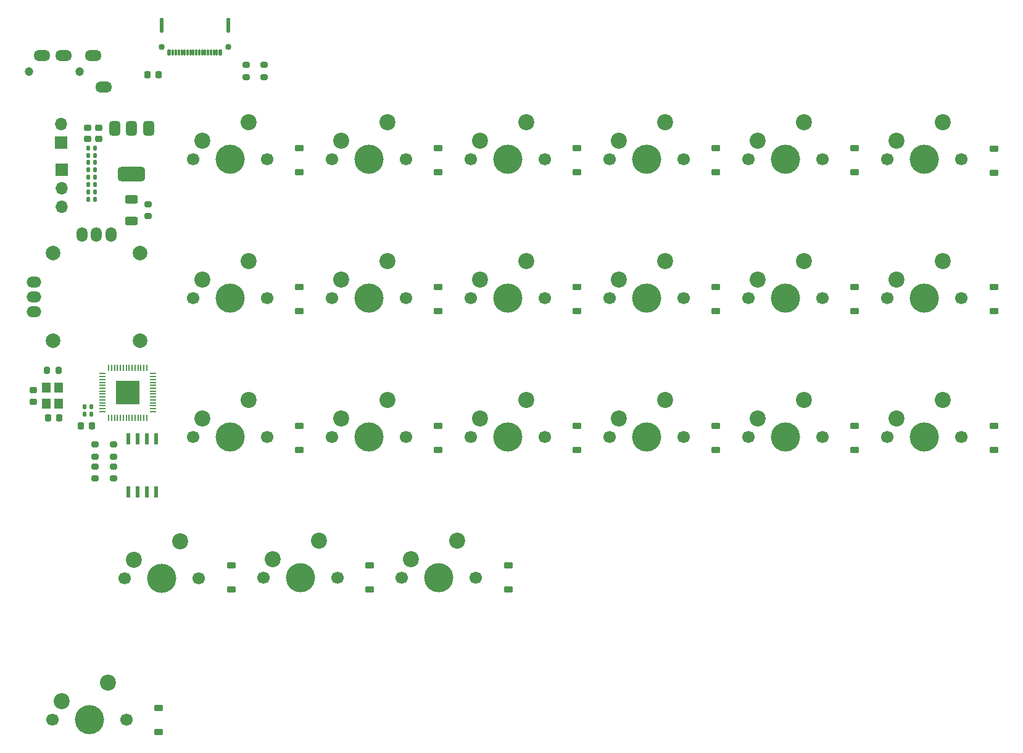
<source format=gts>
%TF.GenerationSoftware,KiCad,Pcbnew,9.0.0*%
%TF.CreationDate,2025-03-25T01:57:01+09:00*%
%TF.ProjectId,keyboardR,6b657962-6f61-4726-9452-2e6b69636164,rev?*%
%TF.SameCoordinates,Original*%
%TF.FileFunction,Soldermask,Top*%
%TF.FilePolarity,Negative*%
%FSLAX46Y46*%
G04 Gerber Fmt 4.6, Leading zero omitted, Abs format (unit mm)*
G04 Created by KiCad (PCBNEW 9.0.0) date 2025-03-25 01:57:01*
%MOMM*%
%LPD*%
G01*
G04 APERTURE LIST*
G04 Aperture macros list*
%AMRoundRect*
0 Rectangle with rounded corners*
0 $1 Rounding radius*
0 $2 $3 $4 $5 $6 $7 $8 $9 X,Y pos of 4 corners*
0 Add a 4 corners polygon primitive as box body*
4,1,4,$2,$3,$4,$5,$6,$7,$8,$9,$2,$3,0*
0 Add four circle primitives for the rounded corners*
1,1,$1+$1,$2,$3*
1,1,$1+$1,$4,$5*
1,1,$1+$1,$6,$7*
1,1,$1+$1,$8,$9*
0 Add four rect primitives between the rounded corners*
20,1,$1+$1,$2,$3,$4,$5,0*
20,1,$1+$1,$4,$5,$6,$7,0*
20,1,$1+$1,$6,$7,$8,$9,0*
20,1,$1+$1,$8,$9,$2,$3,0*%
G04 Aperture macros list end*
%ADD10R,1.200000X1.400000*%
%ADD11RoundRect,0.200000X-0.275000X0.200000X-0.275000X-0.200000X0.275000X-0.200000X0.275000X0.200000X0*%
%ADD12RoundRect,0.200000X-0.200000X-0.275000X0.200000X-0.275000X0.200000X0.275000X-0.200000X0.275000X0*%
%ADD13RoundRect,0.200000X0.275000X-0.200000X0.275000X0.200000X-0.275000X0.200000X-0.275000X-0.200000X0*%
%ADD14C,1.200000*%
%ADD15O,2.300000X1.500000*%
%ADD16R,1.700000X1.700000*%
%ADD17O,1.700000X1.700000*%
%ADD18RoundRect,0.225000X0.250000X-0.225000X0.250000X0.225000X-0.250000X0.225000X-0.250000X-0.225000X0*%
%ADD19RoundRect,0.225000X-0.225000X-0.250000X0.225000X-0.250000X0.225000X0.250000X-0.225000X0.250000X0*%
%ADD20RoundRect,0.225000X0.375000X-0.225000X0.375000X0.225000X-0.375000X0.225000X-0.375000X-0.225000X0*%
%ADD21C,1.700000*%
%ADD22C,4.000000*%
%ADD23C,2.200000*%
%ADD24RoundRect,0.250000X0.625000X-0.312500X0.625000X0.312500X-0.625000X0.312500X-0.625000X-0.312500X0*%
%ADD25RoundRect,0.140000X0.140000X0.170000X-0.140000X0.170000X-0.140000X-0.170000X0.140000X-0.170000X0*%
%ADD26C,2.010000*%
%ADD27O,2.000000X1.500000*%
%ADD28O,1.500000X2.000000*%
%ADD29RoundRect,0.375000X-0.375000X0.625000X-0.375000X-0.625000X0.375000X-0.625000X0.375000X0.625000X0*%
%ADD30RoundRect,0.500000X-1.400000X0.500000X-1.400000X-0.500000X1.400000X-0.500000X1.400000X0.500000X0*%
%ADD31R,0.533400X1.524000*%
%ADD32RoundRect,0.225000X-0.250000X0.225000X-0.250000X-0.225000X0.250000X-0.225000X0.250000X0.225000X0*%
%ADD33RoundRect,0.070000X0.070000X0.345000X-0.070000X0.345000X-0.070000X-0.345000X0.070000X-0.345000X0*%
%ADD34RoundRect,0.112500X0.112500X0.302500X-0.112500X0.302500X-0.112500X-0.302500X0.112500X-0.302500X0*%
%ADD35C,0.850000*%
%ADD36O,0.550000X2.050000*%
%ADD37RoundRect,0.050000X0.387500X0.050000X-0.387500X0.050000X-0.387500X-0.050000X0.387500X-0.050000X0*%
%ADD38RoundRect,0.050000X0.050000X0.387500X-0.050000X0.387500X-0.050000X-0.387500X0.050000X-0.387500X0*%
%ADD39R,3.200000X3.200000*%
%ADD40RoundRect,0.225000X0.225000X0.250000X-0.225000X0.250000X-0.225000X-0.250000X0.225000X-0.250000X0*%
G04 APERTURE END LIST*
D10*
%TO.C,Y1*%
X82300000Y-95900000D03*
X82300000Y-98100000D03*
X84000000Y-98100000D03*
X84000000Y-95900000D03*
%TD*%
D11*
%TO.C,R9*%
X91500000Y-103675000D03*
X91500000Y-105325000D03*
%TD*%
%TO.C,R8*%
X89000000Y-103675000D03*
X89000000Y-105325000D03*
%TD*%
D12*
%TO.C,R7*%
X82350000Y-93500000D03*
X84000000Y-93500000D03*
%TD*%
D13*
%TO.C,R6*%
X96234762Y-72325000D03*
X96234762Y-70675000D03*
%TD*%
D11*
%TO.C,R4*%
X91500000Y-106675000D03*
X91500000Y-108325000D03*
%TD*%
%TO.C,R3*%
X89000000Y-106675000D03*
X89000000Y-108325000D03*
%TD*%
%TO.C,R2*%
X112163762Y-51599000D03*
X112163762Y-53249000D03*
%TD*%
%TO.C,R1*%
X109663762Y-51599000D03*
X109663762Y-53249000D03*
%TD*%
D14*
%TO.C,J4*%
X79863762Y-52474000D03*
X86863762Y-52474000D03*
D15*
X84663762Y-50324000D03*
X81663762Y-50324000D03*
X90163762Y-54624000D03*
X88663762Y-50324000D03*
%TD*%
D16*
%TO.C,J3*%
X84265238Y-62275000D03*
D17*
X84265238Y-59735000D03*
%TD*%
D16*
%TO.C,J2*%
X84365238Y-65975000D03*
D17*
X84365238Y-68515000D03*
X84365238Y-71055000D03*
%TD*%
D18*
%TO.C,C16*%
X80500000Y-97775000D03*
X80500000Y-96225000D03*
%TD*%
D19*
%TO.C,C15*%
X82500000Y-100000000D03*
X84050000Y-100000000D03*
%TD*%
D20*
%TO.C,D12*%
X116983762Y-85399000D03*
X116983762Y-82099000D03*
%TD*%
%TO.C,D9*%
X174133762Y-85399000D03*
X174133762Y-82099000D03*
%TD*%
D21*
%TO.C,SW12*%
X102393762Y-83554000D03*
D22*
X107473762Y-83554000D03*
D21*
X112553762Y-83554000D03*
D23*
X110013762Y-78474000D03*
X103663762Y-81014000D03*
%TD*%
D24*
%TO.C,R5*%
X93984762Y-72962500D03*
X93984762Y-70037500D03*
%TD*%
D20*
%TO.C,D6*%
X116983762Y-66349000D03*
X116983762Y-63049000D03*
%TD*%
D21*
%TO.C,SW14*%
X178593762Y-102604000D03*
D22*
X183673762Y-102604000D03*
D21*
X188753762Y-102604000D03*
D23*
X186213762Y-97524000D03*
X179863762Y-100064000D03*
%TD*%
D20*
%TO.C,D20*%
X126663762Y-123574000D03*
X126663762Y-120274000D03*
%TD*%
%TO.C,D3*%
X174133762Y-66349000D03*
X174133762Y-63049000D03*
%TD*%
D25*
%TO.C,C11*%
X88480000Y-99500000D03*
X87520000Y-99500000D03*
%TD*%
D26*
%TO.C,J5*%
X83163762Y-89424000D03*
X95163762Y-89424000D03*
X83163762Y-77424000D03*
X95163762Y-77424000D03*
D27*
X80563762Y-81424000D03*
D28*
X91163762Y-74824000D03*
D27*
X80563762Y-83424000D03*
X80563762Y-85424000D03*
D28*
X87163762Y-74824000D03*
X89163762Y-74824000D03*
%TD*%
D21*
%TO.C,SW18*%
X102393762Y-102604000D03*
D22*
X107473762Y-102604000D03*
D21*
X112553762Y-102604000D03*
D23*
X110013762Y-97524000D03*
X103663762Y-100064000D03*
%TD*%
D20*
%TO.C,D13*%
X212333762Y-104449000D03*
X212333762Y-101149000D03*
%TD*%
D29*
%TO.C,U2*%
X96284762Y-60274000D03*
X93984762Y-60274000D03*
D30*
X93984762Y-66574000D03*
D29*
X91684762Y-60274000D03*
%TD*%
D20*
%TO.C,D1*%
X212333762Y-66394000D03*
X212333762Y-63094000D03*
%TD*%
D31*
%TO.C,U3*%
X97356464Y-102901207D03*
X96086464Y-102901207D03*
X94816464Y-102901207D03*
X93546464Y-102901207D03*
X93546464Y-110191007D03*
X94816464Y-110191007D03*
X96086464Y-110191007D03*
X97356464Y-110191007D03*
%TD*%
D21*
%TO.C,SW17*%
X121443762Y-102604000D03*
D22*
X126523762Y-102604000D03*
D21*
X131603762Y-102604000D03*
D23*
X129063762Y-97524000D03*
X122713762Y-100064000D03*
%TD*%
D32*
%TO.C,C10*%
X87984762Y-60225000D03*
X87984762Y-61775000D03*
%TD*%
D20*
%TO.C,D21*%
X107663762Y-123574000D03*
X107663762Y-120274000D03*
%TD*%
D21*
%TO.C,SW20*%
X112083762Y-121924000D03*
D22*
X117163762Y-121924000D03*
D21*
X122243762Y-121924000D03*
D23*
X119703762Y-116844000D03*
X113353762Y-119384000D03*
%TD*%
D21*
%TO.C,SW1*%
X197643762Y-64504000D03*
D22*
X202723762Y-64504000D03*
D21*
X207803762Y-64504000D03*
D23*
X205263762Y-59424000D03*
X198913762Y-61964000D03*
%TD*%
D25*
%TO.C,C4*%
X88964762Y-67000000D03*
X88004762Y-67000000D03*
%TD*%
D33*
%TO.C,J1*%
X105663762Y-49874000D03*
X104863762Y-49874000D03*
X104063762Y-49874000D03*
X103263762Y-49874000D03*
X102863762Y-49874000D03*
X102463762Y-49874000D03*
X100863762Y-49874000D03*
X100063762Y-49874000D03*
X99663762Y-49874000D03*
X100463762Y-49874000D03*
X101263762Y-49874000D03*
X101663762Y-49874000D03*
X102063762Y-49874000D03*
X103663762Y-49874000D03*
X104463762Y-49874000D03*
X105263762Y-49874000D03*
D34*
X106178762Y-49874000D03*
X99148762Y-49874000D03*
D35*
X107258762Y-49114000D03*
D36*
X107258762Y-46134000D03*
D35*
X98068762Y-49114000D03*
D36*
X98068762Y-46134000D03*
%TD*%
D25*
%TO.C,C14*%
X88964762Y-66000000D03*
X88004762Y-66000000D03*
%TD*%
D21*
%TO.C,SW11*%
X121443762Y-83554000D03*
D22*
X126523762Y-83554000D03*
D21*
X131603762Y-83554000D03*
D23*
X129063762Y-78474000D03*
X122713762Y-81014000D03*
%TD*%
D20*
%TO.C,D17*%
X136033762Y-104449000D03*
X136033762Y-101149000D03*
%TD*%
%TO.C,D5*%
X136033762Y-66349000D03*
X136033762Y-63049000D03*
%TD*%
%TO.C,D19*%
X145663762Y-123574000D03*
X145663762Y-120274000D03*
%TD*%
D21*
%TO.C,SW9*%
X159543762Y-83554000D03*
D22*
X164623762Y-83554000D03*
D21*
X169703762Y-83554000D03*
D23*
X167163762Y-78474000D03*
X160813762Y-81014000D03*
%TD*%
D21*
%TO.C,SW10*%
X140493762Y-83554000D03*
D22*
X145573762Y-83554000D03*
D21*
X150653762Y-83554000D03*
D23*
X148113762Y-78474000D03*
X141763762Y-81014000D03*
%TD*%
D20*
%TO.C,D11*%
X136033762Y-85399000D03*
X136033762Y-82099000D03*
%TD*%
D21*
%TO.C,SW15*%
X159543762Y-102604000D03*
D22*
X164623762Y-102604000D03*
D21*
X169703762Y-102604000D03*
D23*
X167163762Y-97524000D03*
X160813762Y-100064000D03*
%TD*%
D20*
%TO.C,D4*%
X155083762Y-66349000D03*
X155083762Y-63049000D03*
%TD*%
D21*
%TO.C,SW5*%
X121443762Y-64504000D03*
D22*
X126523762Y-64504000D03*
D21*
X131603762Y-64504000D03*
D23*
X129063762Y-59424000D03*
X122713762Y-61964000D03*
%TD*%
D25*
%TO.C,C6*%
X88964762Y-69000000D03*
X88004762Y-69000000D03*
%TD*%
D37*
%TO.C,U1*%
X96887500Y-99150000D03*
X96887500Y-98750000D03*
X96887500Y-98350000D03*
X96887500Y-97950000D03*
X96887500Y-97550000D03*
X96887500Y-97150000D03*
X96887500Y-96750000D03*
X96887500Y-96350000D03*
X96887500Y-95950000D03*
X96887500Y-95550000D03*
X96887500Y-95150000D03*
X96887500Y-94750000D03*
X96887500Y-94350000D03*
X96887500Y-93950000D03*
D38*
X96050000Y-93112500D03*
X95650000Y-93112500D03*
X95250000Y-93112500D03*
X94850000Y-93112500D03*
X94450000Y-93112500D03*
X94050000Y-93112500D03*
X93650000Y-93112500D03*
X93250000Y-93112500D03*
X92850000Y-93112500D03*
X92450000Y-93112500D03*
X92050000Y-93112500D03*
X91650000Y-93112500D03*
X91250000Y-93112500D03*
X90850000Y-93112500D03*
D37*
X90012500Y-93950000D03*
X90012500Y-94350000D03*
X90012500Y-94750000D03*
X90012500Y-95150000D03*
X90012500Y-95550000D03*
X90012500Y-95950000D03*
X90012500Y-96350000D03*
X90012500Y-96750000D03*
X90012500Y-97150000D03*
X90012500Y-97550000D03*
X90012500Y-97950000D03*
X90012500Y-98350000D03*
X90012500Y-98750000D03*
X90012500Y-99150000D03*
D38*
X90850000Y-99987500D03*
X91250000Y-99987500D03*
X91650000Y-99987500D03*
X92050000Y-99987500D03*
X92450000Y-99987500D03*
X92850000Y-99987500D03*
X93250000Y-99987500D03*
X93650000Y-99987500D03*
X94050000Y-99987500D03*
X94450000Y-99987500D03*
X94850000Y-99987500D03*
X95250000Y-99987500D03*
X95650000Y-99987500D03*
X96050000Y-99987500D03*
D39*
X93450000Y-96550000D03*
%TD*%
D20*
%TO.C,D7*%
X212333762Y-85399000D03*
X212333762Y-82099000D03*
%TD*%
D21*
%TO.C,SW13*%
X197643762Y-102604000D03*
D22*
X202723762Y-102604000D03*
D21*
X207803762Y-102604000D03*
D23*
X205263762Y-97524000D03*
X198913762Y-100064000D03*
%TD*%
D20*
%TO.C,D18*%
X116983762Y-104449000D03*
X116983762Y-101149000D03*
%TD*%
%TO.C,D15*%
X174133762Y-104449000D03*
X174133762Y-101149000D03*
%TD*%
D21*
%TO.C,SW2*%
X178593762Y-64504000D03*
D22*
X183673762Y-64504000D03*
D21*
X188753762Y-64504000D03*
D23*
X186213762Y-59424000D03*
X179863762Y-61964000D03*
%TD*%
D25*
%TO.C,C12*%
X88480000Y-98500000D03*
X87520000Y-98500000D03*
%TD*%
D20*
%TO.C,D8*%
X193183762Y-85399000D03*
X193183762Y-82099000D03*
%TD*%
%TO.C,D2*%
X193183762Y-66349000D03*
X193183762Y-63049000D03*
%TD*%
D21*
%TO.C,SW3*%
X159543762Y-64504000D03*
D22*
X164623762Y-64504000D03*
D21*
X169703762Y-64504000D03*
D23*
X167163762Y-59424000D03*
X160813762Y-61964000D03*
%TD*%
D32*
%TO.C,C2*%
X89484762Y-60225000D03*
X89484762Y-61775000D03*
%TD*%
D25*
%TO.C,C9*%
X88964762Y-64000000D03*
X88004762Y-64000000D03*
%TD*%
D21*
%TO.C,SW4*%
X140493762Y-64504000D03*
D22*
X145573762Y-64504000D03*
D21*
X150653762Y-64504000D03*
D23*
X148113762Y-59424000D03*
X141763762Y-61964000D03*
%TD*%
D21*
%TO.C,SW6*%
X102393762Y-64504000D03*
D22*
X107473762Y-64504000D03*
D21*
X112553762Y-64504000D03*
D23*
X110013762Y-59424000D03*
X103663762Y-61964000D03*
%TD*%
D21*
%TO.C,SW8*%
X178593762Y-83554000D03*
D22*
X183673762Y-83554000D03*
D21*
X188753762Y-83554000D03*
D23*
X186213762Y-78474000D03*
X179863762Y-81014000D03*
%TD*%
D40*
%TO.C,C13*%
X88576000Y-101076000D03*
X87026000Y-101076000D03*
%TD*%
D25*
%TO.C,C8*%
X88964762Y-68000000D03*
X88004762Y-68000000D03*
%TD*%
D20*
%TO.C,D22*%
X97663762Y-143074000D03*
X97663762Y-139774000D03*
%TD*%
D25*
%TO.C,C3*%
X88964762Y-63000000D03*
X88004762Y-63000000D03*
%TD*%
D40*
%TO.C,C1*%
X97713762Y-52924000D03*
X96163762Y-52924000D03*
%TD*%
D21*
%TO.C,SW22*%
X83083762Y-141424000D03*
D22*
X88163762Y-141424000D03*
D21*
X93243762Y-141424000D03*
D23*
X90703762Y-136344000D03*
X84353762Y-138884000D03*
%TD*%
D20*
%TO.C,D16*%
X155083762Y-104449000D03*
X155083762Y-101149000D03*
%TD*%
%TO.C,D10*%
X155083762Y-85399000D03*
X155083762Y-82099000D03*
%TD*%
%TO.C,D14*%
X193183762Y-104449000D03*
X193183762Y-101149000D03*
%TD*%
D25*
%TO.C,C5*%
X88964762Y-70000000D03*
X88004762Y-70000000D03*
%TD*%
D21*
%TO.C,SW19*%
X131003762Y-121924000D03*
D22*
X136083762Y-121924000D03*
D21*
X141163762Y-121924000D03*
D23*
X138623762Y-116844000D03*
X132273762Y-119384000D03*
%TD*%
D21*
%TO.C,SW7*%
X197643762Y-83554000D03*
D22*
X202723762Y-83554000D03*
D21*
X207803762Y-83554000D03*
D23*
X205263762Y-78474000D03*
X198913762Y-81014000D03*
%TD*%
D21*
%TO.C,SW16*%
X140493762Y-102604000D03*
D22*
X145573762Y-102604000D03*
D21*
X150653762Y-102604000D03*
D23*
X148113762Y-97524000D03*
X141763762Y-100064000D03*
%TD*%
D21*
%TO.C,SW21*%
X93043762Y-122004000D03*
D22*
X98123762Y-122004000D03*
D21*
X103203762Y-122004000D03*
D23*
X100663762Y-116924000D03*
X94313762Y-119464000D03*
%TD*%
D25*
%TO.C,C7*%
X88964762Y-65000000D03*
X88004762Y-65000000D03*
%TD*%
M02*

</source>
